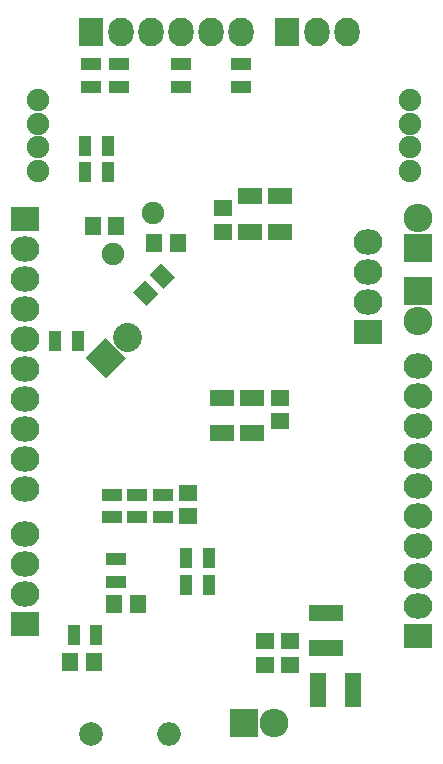
<source format=gbr>
G04 #@! TF.FileFunction,Soldermask,Bot*
%FSLAX46Y46*%
G04 Gerber Fmt 4.6, Leading zero omitted, Abs format (unit mm)*
G04 Created by KiCad (PCBNEW 4.0.1-2.201512121406+6195~38~ubuntu14.04.1-stable) date Sun 27 Dec 2015 07:04:44 PM CET*
%MOMM*%
G01*
G04 APERTURE LIST*
%ADD10C,0.100000*%
%ADD11R,1.650000X1.400000*%
%ADD12R,2.000000X1.400000*%
%ADD13R,1.400000X1.650000*%
%ADD14R,2.900000X1.400000*%
%ADD15R,1.400000X2.900000*%
%ADD16R,2.432000X2.127200*%
%ADD17O,2.432000X2.127200*%
%ADD18R,2.432000X2.432000*%
%ADD19O,2.432000X2.432000*%
%ADD20R,2.127200X2.432000*%
%ADD21O,2.127200X2.432000*%
%ADD22C,1.900000*%
%ADD23C,2.000000*%
%ADD24O,2.000000X2.000000*%
%ADD25R,1.700000X1.100000*%
%ADD26R,1.100000X1.700000*%
%ADD27C,1.901140*%
%ADD28C,2.432000*%
G04 APERTURE END LIST*
D10*
D11*
X100351790Y-111714023D03*
X100351790Y-109714023D03*
D12*
X97938790Y-112722024D03*
X97938790Y-109722024D03*
X95398790Y-112722023D03*
X95398790Y-109722023D03*
D10*
G36*
X90280719Y-98341355D02*
X91447445Y-99508081D01*
X90457495Y-100498031D01*
X89290769Y-99331305D01*
X90280719Y-98341355D01*
X90280719Y-98341355D01*
G37*
G36*
X88866505Y-99755569D02*
X90033231Y-100922295D01*
X89043281Y-101912245D01*
X87876555Y-100745519D01*
X88866505Y-99755569D01*
X88866505Y-99755569D01*
G37*
D13*
X89678000Y-96570800D03*
X91678000Y-96570800D03*
X84471000Y-95173800D03*
X86471000Y-95173800D03*
D11*
X92583000Y-117745000D03*
X92583000Y-119745000D03*
D13*
X82566000Y-132080000D03*
X84566000Y-132080000D03*
D11*
X101219000Y-130318000D03*
X101219000Y-132318000D03*
X99060000Y-130318000D03*
X99060000Y-132318000D03*
D13*
X88299800Y-127177800D03*
X86299800Y-127177800D03*
D14*
X104267000Y-127913000D03*
X104267000Y-130913000D03*
D15*
X106529000Y-134493000D03*
X103529000Y-134493000D03*
D16*
X112014000Y-129921000D03*
D17*
X112014000Y-127381000D03*
X112014000Y-124841000D03*
X112014000Y-122301000D03*
X112014000Y-119761000D03*
X112014000Y-117221000D03*
X112014000Y-114681000D03*
X112014000Y-112141000D03*
X112014000Y-109601000D03*
X112014000Y-107061000D03*
D16*
X78740000Y-94615000D03*
D17*
X78740000Y-97155000D03*
X78740000Y-99695000D03*
X78740000Y-102235000D03*
X78740000Y-104775000D03*
X78740000Y-107315000D03*
X78740000Y-109855000D03*
X78740000Y-112395000D03*
X78740000Y-114935000D03*
X78740000Y-117475000D03*
D16*
X107746800Y-104165400D03*
D17*
X107746800Y-101625400D03*
X107746800Y-99085400D03*
X107746800Y-96545400D03*
D18*
X112014000Y-100711000D03*
D19*
X112014000Y-103251000D03*
D16*
X78740000Y-128905000D03*
D17*
X78740000Y-126365000D03*
X78740000Y-123825000D03*
X78740000Y-121285000D03*
D18*
X112014000Y-97028000D03*
D19*
X112014000Y-94488000D03*
D20*
X84328000Y-78740000D03*
D21*
X86868000Y-78740000D03*
X89408000Y-78740000D03*
X91948000Y-78740000D03*
X94488000Y-78740000D03*
X97028000Y-78740000D03*
D22*
X111379000Y-90501000D03*
X111379000Y-88501000D03*
X111379000Y-86501000D03*
X111379000Y-84501000D03*
X79883000Y-84505000D03*
X79883000Y-86505000D03*
X79883000Y-88505000D03*
X79883000Y-90505000D03*
D20*
X100965000Y-78740000D03*
D21*
X103505000Y-78740000D03*
X106045000Y-78740000D03*
D23*
X84330000Y-138176000D03*
D24*
X90930000Y-138176000D03*
D18*
X97282000Y-137287000D03*
D19*
X99822000Y-137287000D03*
D25*
X91948000Y-81473000D03*
X91948000Y-83373000D03*
X86741000Y-83373000D03*
X86741000Y-81473000D03*
X84328000Y-81473000D03*
X84328000Y-83373000D03*
X97028000Y-83373000D03*
X97028000Y-81473000D03*
D26*
X81295200Y-104876600D03*
X83195200Y-104876600D03*
D25*
X90424000Y-119822000D03*
X90424000Y-117922000D03*
X88265000Y-117922000D03*
X88265000Y-119822000D03*
X86106000Y-117922000D03*
X86106000Y-119822000D03*
X86487000Y-125283000D03*
X86487000Y-123383000D03*
D26*
X84770000Y-129794000D03*
X82870000Y-129794000D03*
X92395000Y-123317000D03*
X94295000Y-123317000D03*
X92395000Y-125603000D03*
X94295000Y-125603000D03*
D27*
X89610005Y-94082795D03*
X86157995Y-97534805D03*
D10*
G36*
X87292284Y-106349800D02*
X85572600Y-108069484D01*
X83852916Y-106349800D01*
X85572600Y-104630116D01*
X87292284Y-106349800D01*
X87292284Y-106349800D01*
G37*
D28*
X87368651Y-104553749D02*
X87368651Y-104553749D01*
D11*
X95504000Y-93665800D03*
X95504000Y-95665800D03*
D26*
X83835200Y-90576400D03*
X85735200Y-90576400D03*
X83835200Y-88392000D03*
X85735200Y-88392000D03*
D12*
X97790000Y-92657800D03*
X97790000Y-95657800D03*
X100330000Y-92657800D03*
X100330000Y-95657800D03*
M02*

</source>
